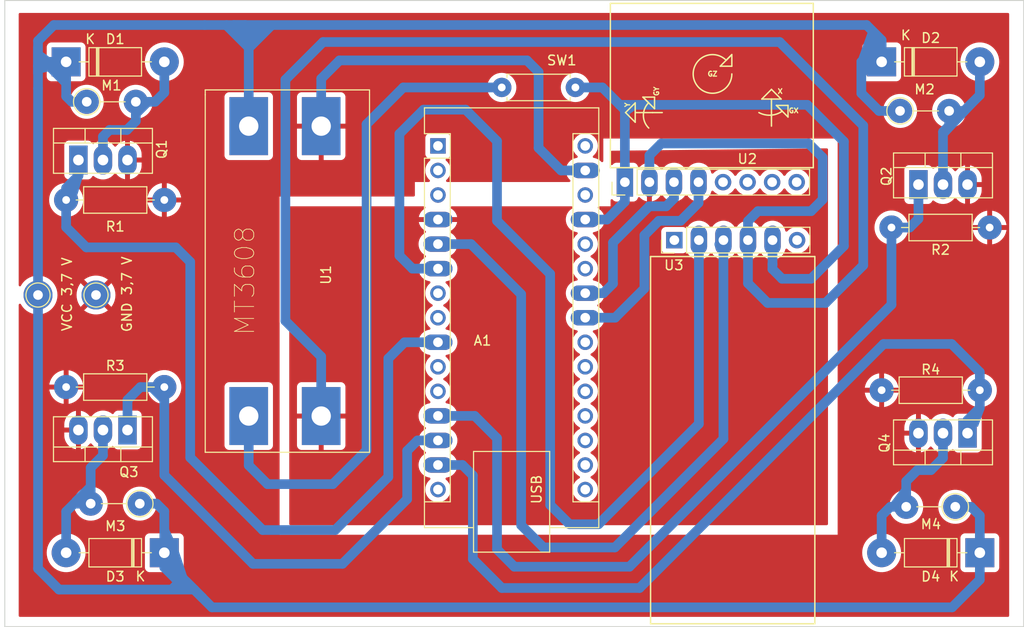
<source format=kicad_pcb>
(kicad_pcb (version 20211014) (generator pcbnew)
  (layers (0 "F.Cu" signal) (31 "B.Cu" signal) (34 "B.Paste" user) (35 "F.Paste" user) (36 "B.SilkS" user "B.Silkscreen") (37 "F.SilkS" user "F.Silkscreen") (38 "B.Mask" user) (39 "F.Mask" user) (44 "Edge.Cuts" user))
  (net 0 "")
  (net 19 "GND")
  (net 21 "VCC")
  (net 28 "VCC_5V")
  (net 29 "VCC_5V_SW")
  (net 30 "GND_5V")
  (net 31 "SCL")
  (net 32 "SDA")
  (net 33 "RXD")
  (net 34 "TXD")
  (net 35 "PWM_D6")
  (net 36 "PWM_D10")
  (net 37 "PWM_D9")
  (net 38 "PWM_D11")
  (net 39 "M1-")
  (net 40 "M2-")
  (net 41 "M3-")
  (net 42 "M4-")
  (footprint "Resistor_THT:R_Axial_DIN0207_L6.3mm_D2.5mm_P7.62mm_Horizontal" (layer "F.Cu") (at 86.99 85.2)
    (fp_text reference "SW1" (at 6.21 -2.8) (layer "F.SilkS"))
    (fp_text value "Switch")
    (fp_line (start 7.08 1.37) (end 7.08 1.04) (layer "F.SilkS") (width 0.12))
    (fp_line (start 0.54 -1.37) (end 7.08 -1.37) (layer "F.SilkS") (width 0.12))
    (fp_line (start 0.54 1.37) (end 7.08 1.37) (layer "F.SilkS") (width 0.12))
    (fp_line (start 0.54 -1.04) (end 0.54 -1.37) (layer "F.SilkS") (width 0.12))
    (fp_line (start 0.54 1.04) (end 0.54 1.37) (layer "F.SilkS") (width 0.12))
    (fp_line (start 7.08 -1.37) (end 7.08 -1.04) (layer "F.SilkS") (width 0.12))
    (pad "1" thru_hole circle (at 0 0) (size 2 2) (drill 0.8) (layers *.Cu *.Mask) (net 28 "VCC_5V"))
    (pad "2" thru_hole oval (at 7.62 0) (size 2 2) (drill 0.8) (layers *.Cu *.Mask) (net 29 "VCC_5V_SW"))
  )
  (footprint "Package_TO_SOT_THT:TO-220-3_Vertical" (layer "F.Cu") (at 135.192 120.975 180)
    (fp_text reference "Q4" (at 8.592 -1.025 90) (layer "F.SilkS"))
    (fp_text value "IRF640")
    (fp_line (start -2.58 -3.27) (end 7.66 -3.27) (layer "F.SilkS") (width 0.12))
    (fp_line (start 7.66 -3.27) (end 7.66 1.371) (layer "F.SilkS") (width 0.12))
    (fp_line (start -2.58 1.371) (end 7.66 1.371) (layer "F.SilkS") (width 0.12))
    (fp_line (start -2.58 -1.76) (end 7.66 -1.76) (layer "F.SilkS") (width 0.12))
    (fp_line (start 4.391 -3.27) (end 4.391 -1.76) (layer "F.SilkS") (width 0.12))
    (fp_line (start -2.58 -3.27) (end -2.58 1.371) (layer "F.SilkS") (width 0.12))
    (fp_line (start 0.69 -3.27) (end 0.69 -1.76) (layer "F.SilkS") (width 0.12))
    (pad "2" thru_hole oval (at 2.54 0 180) (size 1.905 3) (drill 1.1) (layers *.Cu *.Mask) (net 42 "M4-"))
    (pad "3" thru_hole rect (at 0 0 180) (size 1.905 3) (drill 1.1) (layers *.Cu *.Mask) (net 38 "PWM_D11"))
    (pad "3" thru_hole oval (at 5.08 0 180) (size 1.905 3) (drill 1.1) (layers *.Cu *.Mask) (net 19 "GND"))
  )
  (footprint "Connector_PinHeader_2.54mm:PinHeader_1x08_P2.54mm_Vertical" (layer "F.Cu") (at 99.73 95 90)
    (fp_text reference "U2" (at 2.4 12.67 180) (layer "F.SilkS"))
    (fp_text value "Gyroscope")
    (fp_line (start 1.33 1.27) (end 1.33 19.11) (layer "F.SilkS") (width 0.12))
    (fp_line (start -1.33 0) (end -1.33 -1.33) (layer "F.SilkS") (width 0.12))
    (fp_line (start -1.33 1.27) (end 1.33 1.27) (layer "F.SilkS") (width 0.12))
    (fp_line (start -1.33 -1.33) (end 0 -1.33) (layer "F.SilkS") (width 0.12))
    (fp_line (start -1.33 19.11) (end 1.33 19.11) (layer "F.SilkS") (width 0.12))
    (fp_line (start -1.33 1.27) (end -1.33 19.11) (layer "F.SilkS") (width 0.12))
    (pad "1" thru_hole rect (at 0 0 90) (size 3 1.7) (drill 1) (layers *.Cu *.Mask) (net 29 "VCC_5V_SW"))
    (pad "2" thru_hole oval (at 0 2.54 90) (size 3 1.7) (drill 1) (layers *.Cu *.Mask) (net 30 "GND_5V"))
    (pad "3" thru_hole oval (at 0 5.08 90) (size 3 1.7) (drill 1) (layers *.Cu *.Mask) (net 31 "SCL"))
    (pad "4" thru_hole oval (at 0 7.62 90) (size 3 1.7) (drill 1) (layers *.Cu *.Mask) (net 32 "SDA"))
    (pad "5" thru_hole oval (at 0 10.16 90) (size 1.7 1.7) (drill 1) (layers *.Cu *.Mask))
    (pad "6" thru_hole oval (at 0 12.7 90) (size 1.7 1.7) (drill 1) (layers *.Cu *.Mask))
    (pad "7" thru_hole oval (at 0 15.24 90) (size 1.7 1.7) (drill 1) (layers *.Cu *.Mask))
    (pad "8" thru_hole oval (at 0 17.78 90) (size 1.7 1.7) (drill 1) (layers *.Cu *.Mask))
  )
  (footprint "Package_TO_SOT_THT:TO-220-3_Vertical" (layer "F.Cu") (at 48.26 120.65 180)
    (fp_text reference "Q3" (at -0.14 -4.35) (layer "F.SilkS"))
    (fp_text value "IRF640")
    (fp_line (start 0.69 -3.27) (end 0.69 -1.76) (layer "F.SilkS") (width 0.12))
    (fp_line (start -2.58 -1.76) (end 7.66 -1.76) (layer "F.SilkS") (width 0.12))
    (fp_line (start 4.391 -3.27) (end 4.391 -1.76) (layer "F.SilkS") (width 0.12))
    (fp_line (start -2.58 1.371) (end 7.66 1.371) (layer "F.SilkS") (width 0.12))
    (fp_line (start -2.58 -3.27) (end 7.66 -3.27) (layer "F.SilkS") (width 0.12))
    (fp_line (start 7.66 -3.27) (end 7.66 1.371) (layer "F.SilkS") (width 0.12))
    (fp_line (start -2.58 -3.27) (end -2.58 1.371) (layer "F.SilkS") (width 0.12))
    (pad "1" thru_hole rect (at 0 0 180) (size 1.905 3) (drill 1.1) (layers *.Cu *.Mask) (net 36 "PWM_D10"))
    (pad "2" thru_hole oval (at 2.54 0 180) (size 1.905 3) (drill 1.1) (layers *.Cu *.Mask) (net 41 "M3-"))
    (pad "3" thru_hole oval (at 5.08 0 180) (size 1.905 3) (drill 1.1) (layers *.Cu *.Mask) (net 19 "GND"))
  )
  (footprint "Resistor_THT:R_Axial_DIN0207_L6.3mm_D2.5mm_P5.08mm_Vertical" (layer "F.Cu") (at 44.04 86.685)
    (fp_text reference "M1" (at 2.56 -1.685) (layer "F.SilkS"))
    (fp_text value "Motor")
    (fp_line (start 1.37 0) (end 3.98 0) (layer "F.SilkS") (width 0.12))
    (fp_circle (center 0 0) (end 1.37 0) (layer "F.SilkS") (width 0.12) (fill none))
    (pad "1" thru_hole circle (at 0 0) (size 2.5 2.5) (drill 1) (layers *.Cu *.Mask) (net 21 "VCC"))
    (pad "2" thru_hole oval (at 5.08 0) (size 2.5 2.5) (drill 1) (layers *.Cu *.Mask) (net 39 "M1-"))
  )
  (footprint "Resistor_THT:R_Axial_DIN0207_L6.3mm_D2.5mm_P5.08mm_Vertical" (layer "F.Cu") (at 133.922 128.595 180)
    (fp_text reference "M4" (at 2.522 -1.805) (layer "F.SilkS"))
    (fp_text value "Motor")
    (fp_line (start 1.37 0) (end 3.98 0) (layer "F.SilkS") (width 0.12))
    (fp_circle (center 0 0) (end 1.37 0) (layer "F.SilkS") (width 0.12) (fill none))
    (pad "1" thru_hole circle (at 0 0 180) (size 2.5 2.5) (drill 1) (layers *.Cu *.Mask) (net 21 "VCC"))
    (pad "2" thru_hole oval (at 5.08 0 180) (size 2.5 2.5) (drill 1) (layers *.Cu *.Mask) (net 42 "M4-"))
  )
  (footprint "Connector_Pin:Pin_D1.0mm_L10.0mm" (layer "F.Cu") (at 45 106.68)
    (fp_text reference "GND 3,7 V" (at 3.2 -0.08 90) (layer "F.SilkS"))
    (fp_text value "" hide)
    (fp_circle (center 0 0) (end 1.25 0.05) (layer "F.SilkS") (width 0.12) (fill none))
    (pad "1" thru_hole circle (at 0 0) (size 3 3) (drill 1) (layers *.Cu *.Mask "Eco1.User") (net 19 "GND"))
  )
  (footprint "Diode_THT:D_DO-41_SOD81_P10.16mm_Horizontal" (layer "F.Cu") (at 41.91 82.55)
    (fp_text reference "D1" (at 5.08 -2.35) (layer "F.SilkS"))
    (fp_text value "1N4007")
    (fp_text user "K" (at 2.49 -2.35) (layer "F.SilkS"))
    (fp_line (start 8.82 0) (end 7.8 0) (layer "F.SilkS") (width 0.12))
    (fp_line (start 3.14 -1.47) (end 3.14 1.47) (layer "F.SilkS") (width 0.12))
    (fp_line (start 3.26 -1.47) (end 3.26 1.47) (layer "F.SilkS") (width 0.12))
    (fp_line (start 1.34 0) (end 2.36 0) (layer "F.SilkS") (width 0.12))
    (fp_line (start 7.8 -1.47) (end 2.36 -1.47) (layer "F.SilkS") (width 0.12))
    (fp_line (start 3.38 -1.47) (end 3.38 1.47) (layer "F.SilkS") (width 0.12))
    (fp_line (start 7.8 1.47) (end 7.8 -1.47) (layer "F.SilkS") (width 0.12))
    (fp_line (start 2.36 -1.47) (end 2.36 1.47) (layer "F.SilkS") (width 0.12))
    (fp_line (start 2.36 1.47) (end 7.8 1.47) (layer "F.SilkS") (width 0.12))
    (pad "1" thru_hole rect (at 0 0) (size 3 3) (drill 1.1) (layers *.Cu *.Mask) (net 21 "VCC"))
    (pad "2" thru_hole oval (at 10.16 0) (size 3 3) (drill 1.1) (layers *.Cu *.Mask) (net 39 "M1-"))
  )
  (footprint "Resistor_THT:R_Axial_DIN0207_L6.3mm_D2.5mm_P10.16mm_Horizontal" (layer "F.Cu") (at 136.462 116.53 180)
    (fp_text reference "R4" (at 5.08 2.13) (layer "F.SilkS"))
    (fp_text value "1KΩ")
    (fp_line (start 8.35 -1.37) (end 1.81 -1.37) (layer "F.SilkS") (width 0.12))
    (fp_line (start 1.04 0) (end 1.81 0) (layer "F.SilkS") (width 0.12))
    (fp_line (start 1.81 -1.37) (end 1.81 1.37) (layer "F.SilkS") (width 0.12))
    (fp_line (start 9.12 0) (end 8.35 0) (layer "F.SilkS") (width 0.12))
    (fp_line (start 1.81 1.37) (end 8.35 1.37) (layer "F.SilkS") (width 0.12))
    (fp_line (start 8.35 1.37) (end 8.35 -1.37) (layer "F.SilkS") (width 0.12))
    (pad "1" thru_hole circle (at 0 0 180) (size 2.5 2.5) (drill 0.8) (layers *.Cu *.Mask) (net 38 "PWM_D11"))
    (pad "2" thru_hole oval (at 10.16 0 180) (size 2.5 2.5) (drill 0.8) (layers *.Cu *.Mask) (net 19 "GND"))
  )
  (footprint "Resistor_THT:R_Axial_DIN0207_L6.3mm_D2.5mm_P10.16mm_Horizontal" (layer "F.Cu") (at 52.07 116.205 180)
    (fp_text reference "R3" (at 5.08 2.205) (layer "F.SilkS"))
    (fp_text value "1KΩ")
    (fp_line (start 8.35 -1.37) (end 1.81 -1.37) (layer "F.SilkS") (width 0.12))
    (fp_line (start 1.81 1.37) (end 8.35 1.37) (layer "F.SilkS") (width 0.12))
    (fp_line (start 1.04 0) (end 1.81 0) (layer "F.SilkS") (width 0.12))
    (fp_line (start 9.12 0) (end 8.35 0) (layer "F.SilkS") (width 0.12))
    (fp_line (start 1.81 -1.37) (end 1.81 1.37) (layer "F.SilkS") (width 0.12))
    (fp_line (start 8.35 1.37) (end 8.35 -1.37) (layer "F.SilkS") (width 0.12))
    (pad "1" thru_hole circle (at 0 0 180) (size 2.5 2.5) (drill 0.8) (layers *.Cu *.Mask) (net 36 "PWM_D10"))
    (pad "2" thru_hole oval (at 10.16 0 180) (size 2.5 2.5) (drill 0.8) (layers *.Cu *.Mask) (net 19 "GND"))
  )
  (footprint "Resistor_THT:R_Axial_DIN0207_L6.3mm_D2.5mm_P5.08mm_Vertical" (layer "F.Cu") (at 128.207 87.63)
    (fp_text reference "M2" (at 2.54 -2.23) (layer "F.SilkS"))
    (fp_text value "Motor")
    (fp_line (start 1.37 0) (end 3.98 0) (layer "F.SilkS") (width 0.12))
    (fp_circle (center 0 0) (end 1.37 0) (layer "F.SilkS") (width 0.12) (fill none))
    (pad "1" thru_hole circle (at 0 0) (size 2.5 2.5) (drill 1) (layers *.Cu *.Mask) (net 21 "VCC"))
    (pad "2" thru_hole oval (at 5.08 0) (size 2.5 2.5) (drill 1) (layers *.Cu *.Mask) (net 40 "M2-"))
  )
  (footprint "Connector_Pin:Pin_D1.0mm_L10.0mm" (layer "F.Cu") (at 39 106.68)
    (fp_text reference "VCC 3,7 V" (at 3 -0.08 90) (layer "F.SilkS"))
    (fp_text value "Pin_D1.0mm_L10.0mm" hide)
    (fp_circle (center 0 0) (end 1.25 0.05) (layer "F.SilkS") (width 0.12) (fill none))
    (pad "1" thru_hole circle (at 0 0) (size 3 3) (drill 1) (layers *.Cu *.Mask "Eco1.User") (net 21 "VCC"))
  )
  (footprint "Diode_THT:D_DO-41_SOD81_P10.16mm_Horizontal" (layer "F.Cu") (at 136.462 133.35 180)
    (fp_text reference "D4" (at 5.08 -2.47) (layer "F.SilkS"))
    (fp_text value "1N4007")
    (fp_text user "K" (at 2.662 -2.45) (layer "F.SilkS"))
    (fp_line (start 1.34 0) (end 2.36 0) (layer "F.SilkS") (width 0.12))
    (fp_line (start 3.26 -1.47) (end 3.26 1.47) (layer "F.SilkS") (width 0.12))
    (fp_line (start 3.38 -1.47) (end 3.38 1.47) (layer "F.SilkS") (width 0.12))
    (fp_line (start 7.8 1.47) (end 7.8 -1.47) (layer "F.SilkS") (width 0.12))
    (fp_line (start 7.8 -1.47) (end 2.36 -1.47) (layer "F.SilkS") (width 0.12))
    (fp_line (start 8.82 0) (end 7.8 0) (layer "F.SilkS") (width 0.12))
    (fp_line (start 3.14 -1.47) (end 3.14 1.47) (layer "F.SilkS") (width 0.12))
    (fp_line (start 2.36 1.47) (end 7.8 1.47) (layer "F.SilkS") (width 0.12))
    (fp_line (start 2.36 -1.47) (end 2.36 1.47) (layer "F.SilkS") (width 0.12))
    (pad "1" thru_hole rect (at 0 0 180) (size 3 3) (drill 1.1) (layers *.Cu *.Mask) (net 21 "VCC"))
    (pad "2" thru_hole oval (at 10.16 0 180) (size 3 3) (drill 1.1) (layers *.Cu *.Mask) (net 42 "M4-"))
  )
  (footprint "Resistor_THT:R_Axial_DIN0207_L6.3mm_D2.5mm_P5.08mm_Vertical" (layer "F.Cu") (at 49.53 128.27 180)
    (fp_text reference "M3" (at 2.53 -2.33) (layer "F.SilkS"))
    (fp_text value "Motor")
    (fp_line (start 1.37 0) (end 3.98 0) (layer "F.SilkS") (width 0.12))
    (fp_circle (center 0 0) (end 1.37 0) (layer "F.SilkS") (width 0.12) (fill none))
    (pad "1" thru_hole circle (at 0 0 180) (size 2.5 2.5) (drill 1) (layers *.Cu *.Mask) (net 21 "VCC"))
    (pad "2" thru_hole oval (at 5.08 0 180) (size 2.5 2.5) (drill 1) (layers *.Cu *.Mask) (net 41 "M3-"))
  )
  (footprint "Module:Arduino_Nano" (layer "F.Cu") (at 80.39 91.25)
    (fp_text reference "A1" (at 4.61 20.15) (layer "F.SilkS"))
    (fp_text value "Arduino Nano")
    (fp_text user "USB" (at 10.21 35.55 90 unlocked) (layer "F.SilkS"))
    (fp_line (start 3.68 42.04) (end 3.68 31.62) (layer "F.SilkS") (width 0.12))
    (fp_line (start -1.4 1.27) (end -1.4 39.5) (layer "F.SilkS") (width 0.12))
    (fp_line (start 1.27 1.27) (end -1.4 1.27) (layer "F.SilkS") (width 0.12))
    (fp_line (start 1.27 36.83) (end -1.4 36.83) (layer "F.SilkS") (width 0.12))
    (fp_line (start 3.68 31.62) (end 11.56 31.62) (layer "F.SilkS") (width 0.12))
    (fp_line (start -1.4 -3.94) (end -1.4 -1.27) (layer "F.SilkS") (width 0.12))
    (fp_line (start 13.97 -1.27) (end 13.97 36.83) (layer "F.SilkS") (width 0.12))
    (fp_line (start 16.64 39.5) (end 16.64 -3.94) (layer "F.SilkS") (width 0.12))
    (fp_line (start 1.27 1.27) (end 1.27 36.83) (layer "F.SilkS") (width 0.12))
    (fp_line (start 16.64 -3.94) (end -1.4 -3.94) (layer "F.SilkS") (width 0.12))
    (fp_line (start 11.56 42.04) (end 3.68 42.04) (layer "F.SilkS") (width 0.12))
    (fp_line (start 11.56 31.62) (end 11.56 42.04) (layer "F.SilkS") (width 0.12))
    (fp_line (start 16.64 39.5) (end 11.56 39.5) (layer "F.SilkS") (width 0.12))
    (fp_line (start 1.27 1.27) (end 1.27 -1.27) (layer "F.SilkS") (width 0.12))
    (fp_line (start 13.97 -1.27) (end 16.64 -1.27) (layer "F.SilkS") (width 0.12))
    (fp_line (start 1.27 -1.27) (end -1.4 -1.27) (layer "F.SilkS") (width 0.12))
    (fp_line (start 13.97 36.83) (end 16.64 36.83) (layer "F.SilkS") (width 0.12))
    (fp_line (start -1.4 39.5) (end 3.68 39.5) (layer "F.SilkS") (width 0.12))
    (pad "1" thru_hole rect (at 0 0) (size 1.6 1.6) (drill 1) (layers *.Cu *.Mask))
    (pad "2" thru_hole oval (at 0 2.54) (size 1.6 1.6) (drill 1) (layers *.Cu *.Mask))
    (pad "3" thru_hole oval (at 0 5.08) (size 1.6 1.6) (drill 1) (layers *.Cu *.Mask))
    (pad "4" thru_hole oval (at 0 7.62) (size 3 1.6) (drill 1) (layers *.Cu *.Mask) (net 30 "GND_5V"))
    (pad "5" thru_hole oval (at 0 10.16) (size 3 1.6) (drill 1) (layers *.Cu *.Mask) (net 34 "TXD"))
    (pad "6" thru_hole oval (at 0 12.7) (size 3 1.6) (drill 1) (layers *.Cu *.Mask) (net 33 "RXD"))
    (pad "7" thru_hole oval (at 0 15.24) (size 1.6 1.6) (drill 1) (layers *.Cu *.Mask))
    (pad "8" thru_hole oval (at 0 17.78) (size 1.6 1.6) (drill 1) (layers *.Cu *.Mask))
    (pad "9" thru_hole oval (at 0 20.32) (size 3 1.6) (drill 1) (layers *.Cu *.Mask) (net 35 "PWM_D6"))
    (pad "10" thru_hole oval (at 0 22.86) (size 1.6 1.6) (drill 1) (layers *.Cu *.Mask))
    (pad "11" thru_hole oval (at 0 25.4) (size 1.6 1.6) (drill 1) (layers *.Cu *.Mask))
    (pad "12" thru_hole oval (at 0 27.94) (size 3 1.6) (drill 1) (layers *.Cu *.Mask) (net 37 "PWM_D9"))
    (pad "13" thru_hole oval (at 0 30.48) (size 3 1.6) (drill 1) (layers *.Cu *.Mask) (net 36 "PWM_D10"))
    (pad "14" thru_hole oval (at 0 33.02) (size 3 1.6) (drill 1) (layers *.Cu *.Mask) (net 38 "PWM_D11"))
    (pad "15" thru_hole oval (at 0 35.56) (size 1.6 1.6) (drill 1) (layers *.Cu *.Mask))
    (pad "16" thru_hole oval (at 15.24 35.56) (size 1.6 1.6) (drill 1) (layers *.Cu *.Mask))
    (pad "17" thru_hole oval (at 15.24 33.02) (size 1.6 1.6) (drill 1) (layers *.Cu *.Mask))
    (pad "18" thru_hole oval (at 15.24 30.48) (size 1.6 1.6) (drill 1) (layers *.Cu *.Mask))
    (pad "19" thru_hole oval (at 15.24 27.94) (size 1.6 1.6) (drill 1) (layers *.Cu *.Mask))
    (pad "20" thru_hole oval (at 15.24 25.4) (size 1.6 1.6) (drill 1) (layers *.Cu *.Mask))
    (pad "21" thru_hole oval (at 15.24 22.86) (size 1.6 1.6) (drill 1) (layers *.Cu *.Mask))
    (pad "22" thru_hole oval (at 15.24 20.32) (size 1.6 1.6) (drill 1) (layers *.Cu *.Mask))
    (pad "23" thru_hole oval (at 15.24 17.78) (size 3 1.6) (drill 1) (layers *.Cu *.Mask) (net 32 "SDA"))
    (pad "24" thru_hole oval (at 15.24 15.24) (size 3 1.6) (drill 1) (layers *.Cu *.Mask) (net 31 "SCL"))
    (pad "25" thru_hole oval (at 15.24 12.7) (size 1.6 1.6) (drill 1) (layers *.Cu *.Mask))
    (pad "26" thru_hole oval (at 15.24 10.16) (size 1.6 1.6) (drill 1) (layers *.Cu *.Mask))
    (pad "27" thru_hole oval (at 15.24 7.62) (size 3 1.6) (drill 1) (layers *.Cu *.Mask) (net 29 "VCC_5V_SW"))
    (pad "28" thru_hole oval (at 15.24 5.08) (size 1.6 1.6) (drill 1) (layers *.Cu *.Mask))
    (pad "29" thru_hole oval (at 15.24 2.54) (size 3 1.6) (drill 1) (layers *.Cu *.Mask) (net 19 "GND"))
    (pad "30" thru_hole oval (at 15.24 0) (size 1.6 1.6) (drill 1) (layers *.Cu *.Mask))
  )
  (footprint "Package_TO_SOT_THT:TO-220-3_Vertical" (layer "F.Cu") (at 130.112 95.25)
    (fp_text reference "Q2" (at -3.312 -0.85 90) (layer "F.SilkS"))
    (fp_text value "IRF640")
    (fp_line (start -2.58 -3.27) (end 7.66 -3.27) (layer "F.SilkS") (width 0.12))
    (fp_line (start 0.69 -3.27) (end 0.69 -1.76) (layer "F.SilkS") (width 0.12))
    (fp_line (start -2.58 -3.27) (end -2.58 1.371) (layer "F.SilkS") (width 0.12))
    (fp_line (start 7.66 -3.27) (end 7.66 1.371) (layer "F.SilkS") (width 0.12))
    (fp_line (start -2.58 1.371) (end 7.66 1.371) (layer "F.SilkS") (width 0.12))
    (fp_line (start 4.391 -3.27) (end 4.391 -1.76) (layer "F.SilkS") (width 0.12))
    (fp_line (start -2.58 -1.76) (end 7.66 -1.76) (layer "F.SilkS") (width 0.12))
    (pad "1" thru_hole rect (at 0 0) (size 1.905 3) (drill 1.1) (layers *.Cu *.Mask) (net 37 "PWM_D9"))
    (pad "2" thru_hole oval (at 2.54 0) (size 1.905 3) (drill 1.1) (layers *.Cu *.Mask) (net 40 "M2-"))
    (pad "3" thru_hole oval (at 5.08 0) (size 1.905 3) (drill 1.1) (layers *.Cu *.Mask) (net 19 "GND"))
  )
  (footprint "Converter_DCDC:MT3608" (layer "F.Cu") (at 74.305 125.955 90)
    (fp_text reference "U1" (at 21.355 -5.505 90 unlocked) (layer "F.SilkS"))
    (fp_text value "Step Up")
    (fp_text user "MT3608" (at 20.755 -13.905 90 unlocked) (layer "F.SilkS") (effects (font (size 2 2) (thickness 0.075))))
    (fp_line (start 3 -18) (end 3 -1) (layer "F.SilkS") (width 0.12))
    (fp_line (start 40.5 -1) (end 40 -1) (layer "F.SilkS") (width 0.12))
    (fp_line (start 40.5 -18) (end 40 -18) (layer "F.SilkS") (width 0.12))
    (fp_line (start 40.5 -1) (end 40.5 -18) (layer "F.SilkS") (width 0.12))
    (fp_line (start 3 -1) (end 40 -1) (layer "F.SilkS") (width 0.12))
    (fp_line (start 40 -18) (end 3 -18) (layer "F.SilkS") (width 0.12))
    (pad "1" thru_hole rect (at 36.75 -13.5 90) (size 6 4) (drill 2) (layers *.Cu *.Mask) (net 21 "VCC"))
    (pad "2" thru_hole rect (at 36.75 -6 90) (size 6 4) (drill 2) (layers *.Cu *.Mask) (net 19 "GND"))
    (pad "3" thru_hole rect (at 6.75 -13.5 90) (size 6 4) (drill 2) (layers *.Cu *.Mask) (net 28 "VCC_5V"))
    (pad "4" thru_hole rect (at 6.75 -6 90) (size 6 4) (drill 2) (layers *.Cu *.Mask) (net 30 "GND_5V"))
  )
  (footprint "Diode_THT:D_DO-41_SOD81_P10.16mm_Horizontal" (layer "F.Cu") (at 126.302 82.55)
    (fp_text reference "D2" (at 5.08 -2.47) (layer "F.SilkS"))
    (fp_text value "1N4007")
    (fp_text user "K" (at 2.498 -2.75) (layer "F.SilkS"))
    (fp_line (start 7.8 1.47) (end 7.8 -1.47) (layer "F.SilkS") (width 0.12))
    (fp_line (start 1.34 0) (end 2.36 0) (layer "F.SilkS") (width 0.12))
    (fp_line (start 2.36 -1.47) (end 2.36 1.47) (layer "F.SilkS") (width 0.12))
    (fp_line (start 2.36 1.47) (end 7.8 1.47) (layer "F.SilkS") (width 0.12))
    (fp_line (start 3.14 -1.47) (end 3.14 1.47) (layer "F.SilkS") (width 0.12))
    (fp_line (start 7.8 -1.47) (end 2.36 -1.47) (layer "F.SilkS") (width 0.12))
    (fp_line (start 8.82 0) (end 7.8 0) (layer "F.SilkS") (width 0.12))
    (fp_line (start 3.38 -1.47) (end 3.38 1.47) (layer "F.SilkS") (width 0.12))
    (fp_line (start 3.26 -1.47) (end 3.26 1.47) (layer "F.SilkS") (width 0.12))
    (pad "1" thru_hole rect (at 0 0) (size 3 3) (drill 1.1) (layers *.Cu *.Mask) (net 21 "VCC"))
    (pad "2" thru_hole oval (at 10.16 0) (size 3 3) (drill 1.1) (layers *.Cu *.Mask) (net 40 "M2-"))
  )
  (footprint "Package_TO_SOT_THT:TO-220-3_Vertical" (layer "F.Cu") (at 43.18 92.71)
    (fp_text reference "Q1" (at 8.62 -1.11 270) (layer "F.SilkS"))
    (fp_text value "IRF640")
    (fp_line (start -2.58 1.371) (end 7.66 1.371) (layer "F.SilkS") (width 0.12))
    (fp_line (start -2.58 -3.27) (end -2.58 1.371) (layer "F.SilkS") (width 0.12))
    (fp_line (start -2.58 -3.27) (end 7.66 -3.27) (layer "F.SilkS") (width 0.12))
    (fp_line (start 7.66 -3.27) (end 7.66 1.371) (layer "F.SilkS") (width 0.12))
    (fp_line (start 4.391 -3.27) (end 4.391 -1.76) (layer "F.SilkS") (width 0.12))
    (fp_line (start -2.58 -1.76) (end 7.66 -1.76) (layer "F.SilkS") (width 0.12))
    (fp_line (start 0.69 -3.27) (end 0.69 -1.76) (layer "F.SilkS") (width 0.12))
    (pad "1" thru_hole rect (at 0 0) (size 1.905 3) (drill 1.1) (layers *.Cu *.Mask) (net 35 "PWM_D6"))
    (pad "2" thru_hole oval (at 2.54 0) (size 1.905 3) (drill 1.1) (layers *.Cu *.Mask) (net 39 "M1-"))
    (pad "3" thru_hole oval (at 5.08 0) (size 1.905 3) (drill 1.1) (layers *.Cu *.Mask) (net 19 "GND"))
  )
  (footprint "Diode_THT:D_DO-41_SOD81_P10.16mm_Horizontal" (layer "F.Cu") (at 52.07 133.35 180)
    (fp_text reference "D3" (at 5.08 -2.47) (layer "F.SilkS"))
    (fp_text value "1N4007")
    (fp_text user "K" (at 2.47 -2.45) (layer "F.SilkS"))
    (fp_line (start 2.36 1.47) (end 7.8 1.47) (layer "F.SilkS") (width 0.12))
    (fp_line (start 2.36 -1.47) (end 2.36 1.47) (layer "F.SilkS") (width 0.12))
    (fp_line (start 3.26 -1.47) (end 3.26 1.47) (layer "F.SilkS") (width 0.12))
    (fp_line (start 3.14 -1.47) (end 3.14 1.47) (layer "F.SilkS") (width 0.12))
    (fp_line (start 8.82 0) (end 7.8 0) (layer "F.SilkS") (width 0.12))
    (fp_line (start 3.38 -1.47) (end 3.38 1.47) (layer "F.SilkS") (width 0.12))
    (fp_line (start 1.34 0) (end 2.36 0) (layer "F.SilkS") (width 0.12))
    (fp_line (start 7.8 -1.47) (end 2.36 -1.47) (layer "F.SilkS") (width 0.12))
    (fp_line (start 7.8 1.47) (end 7.8 -1.47) (layer "F.SilkS") (width 0.12))
    (pad "1" thru_hole rect (at 0 0 180) (size 3 3) (drill 1.1) (layers *.Cu *.Mask) (net 21 "VCC"))
    (pad "2" thru_hole oval (at 10.16 0 180) (size 3 3) (drill 1.1) (layers *.Cu *.Mask) (net 41 "M3-"))
  )
  (footprint "Connector_PinHeader_2.54mm:PinHeader_1x06_P2.54mm_Vertical" (layer "F.Cu") (at 104.85 101 90)
    (fp_text reference "U3" (at -2.6 -0.05) (layer "F.SilkS"))
    (fp_text value "HC-06")
    (fp_line (start -1.33 -1.33) (end 0 -1.33) (layer "F.SilkS") (width 0.12))
    (fp_line (start 1.33 1.27) (end 1.33 14.03) (layer "F.SilkS") (width 0.12))
    (fp_line (start -1.33 14.03) (end 1.33 14.03) (layer "F.SilkS") (width 0.12))
    (fp_line (start -1.33 1.27) (end -1.33 14.03) (layer "F.SilkS") (width 0.12))
    (fp_line (start -1.33 0) (end -1.33 -1.33) (layer "F.SilkS") (width 0.12))
    (fp_line (start -1.33 1.27) (end 1.33 1.27) (layer "F.SilkS") (width 0.12))
    (pad "1" thru_hole rect (at 0 0 90) (size 1.7 1.7) (drill 1) (layers *.Cu *.Mask))
    (pad "2" thru_hole oval (at 0 2.54 90) (size 3 1.7) (drill 1) (layers *.Cu *.Mask) (net 33 "RXD"))
    (pad "3" thru_hole oval (at 0 5.08 90) (size 3 1.7) (drill 1) (layers *.Cu *.Mask) (net 34 "TXD"))
    (pad "4" thru_hole oval (at 0 7.62 90) (size 3 1.7) (drill 1) (layers *.Cu *.Mask) (net 30 "GND_5V"))
    (pad "5" thru_hole oval (at 0 10.16 90) (size 3 1.7) (drill 1) (layers *.Cu *.Mask) (net 29 "VCC_5V_SW"))
    (pad "6" thru_hole oval (at 0 12.7 90) (size 1.7 1.7) (drill 1) (layers *.Cu *.Mask))
  )
  (footprint "Resistor_THT:R_Axial_DIN0207_L6.3mm_D2.5mm_P10.16mm_Horizontal" (layer "F.Cu") (at 41.91 96.845)
    (fp_text reference "R1" (at 5.08 2.755) (layer "F.SilkS"))
    (fp_text value "1KΩ")
    (fp_line (start 1.81 1.37) (end 8.35 1.37) (layer "F.SilkS") (width 0.12))
    (fp_line (start 1.04 0) (end 1.81 0) (layer "F.SilkS") (width 0.12))
    (fp_line (start 1.81 -1.37) (end 1.81 1.37) (layer "F.SilkS") (width 0.12))
    (fp_line (start 9.12 0) (end 8.35 0) (layer "F.SilkS") (width 0.12))
    (fp_line (start 8.35 1.37) (end 8.35 -1.37) (layer "F.SilkS") (width 0.12))
    (fp_line (start 8.35 -1.37) (end 1.81 -1.37) (layer "F.SilkS") (width 0.12))
    (pad "1" thru_hole circle (at 0 0) (size 2.5 2.5) (drill 0.8) (layers *.Cu *.Mask) (net 35 "PWM_D6"))
    (pad "2" thru_hole oval (at 10.16 0) (size 2.5 2.5) (drill 0.8) (layers *.Cu *.Mask) (net 19 "GND"))
  )
  (footprint "Resistor_THT:R_Axial_DIN0207_L6.3mm_D2.5mm_P10.16mm_Horizontal" (layer "F.Cu") (at 127.32 99.695)
    (fp_text reference "R2" (at 5.08 2.305) (layer "F.SilkS"))
    (fp_text value "1KΩ")
    (fp_line (start 9.12 0) (end 8.35 0) (layer "F.SilkS") (width 0.12))
    (fp_line (start 1.81 1.37) (end 8.35 1.37) (layer "F.SilkS") (width 0.12))
    (fp_line (start 8.35 1.37) (end 8.35 -1.37) (layer "F.SilkS") (width 0.12))
    (fp_line (start 1.81 -1.37) (end 1.81 1.37) (layer "F.SilkS") (width 0.12))
    (fp_line (start 1.04 0) (end 1.81 0) (layer "F.SilkS") (width 0.12))
    (fp_line (start 8.35 -1.37) (end 1.81 -1.37) (layer "F.SilkS") (width 0.12))
    (pad "1" thru_hole circle (at 0 0) (size 2.5 2.5) (drill 0.8) (layers *.Cu *.Mask) (net 37 "PWM_D9"))
    (pad "2" thru_hole oval (at 10.16 0) (size 2.5 2.5) (drill 0.8) (layers *.Cu *.Mask) (net 19 "GND"))
  )
  (gr_poly (pts (xy 133 90.2) (xy 133.752 88) (xy 136 87)) (layer "B.Cu") (width 0.2) (fill solid))
  (gr_poly (pts (xy 54.4 136) (xy 51.6 134.6) (xy 53.419076 133.055722)) (layer "B.Cu") (width 0.2) (fill solid))
  (gr_poly (pts (xy 53 134) (xy 53 133) (xy 53.4 133)) (layer "B.Cu") (width 0.2) (fill solid))
  (gr_poly (pts (xy 53.4 133) (xy 52.4 133) (xy 52.4 130.8)) (layer "B.Cu") (width 0.2) (fill solid))
  (gr_poly (pts (xy 51.8 117.8) (xy 50.4 116.4) (xy 51.6 116.4)) (layer "B.Cu") (width 0.2) (fill solid))
  (gr_poly (pts (xy 136.2 120.2) (xy 135.4 120) (xy 136.8 118.6)) (layer "B.Cu") (width 0.2) (fill solid))
  (gr_poly (pts (xy 40.2 82.2) (xy 40.2 83.4) (xy 38.6 83.8) (xy 38.6 81)) (layer "B.Cu") (width 0.2) (fill solid))
  (gr_poly (pts (xy 41.6 85) (xy 39.6 83) (xy 41.4 83)) (layer "B.Cu") (width 0.2) (fill solid))
  (gr_poly (pts (xy 54 137) (xy 53 137) (xy 54 136)) (layer "B.Cu") (width 0.2) (fill solid))
  (gr_poly (pts (xy 126.612021 80.326394) (xy 126.519639 82.388056) (xy 123.851772 82.592431) (xy 125 79.4)) (layer "B.Cu") (width 0.2) (fill solid))
  (gr_poly (pts (xy 49.4 88.2) (xy 49.2 86.8) (xy 50.8 86.8)) (layer "B.Cu") (width 0.2) (fill solid))
  (gr_poly (pts (xy 61.214 81.28) (xy 60.452 81.28) (xy 58.166 78.994) (xy 63.5 78.994)) (layer "B.Cu") (width 0.2) (fill solid))
  (gr_poly (pts (xy 128.552 128.2) (xy 127.352 128.2) (xy 128.552 126.6)) (layer "B.Cu") (width 0.2) (fill solid))
  (gr_poly (pts (xy 124.6 84) (xy 124.4 82.6) (xy 125.4 82.6)) (layer "B.Cu") (width 0.2) (fill solid))
  (gr_poly (pts (xy 43 96.2) (xy 42 96.2) (xy 43.6 94.2)) (layer "B.Cu") (width 0.2) (fill solid))
  (gr_poly (pts (xy 100 88) (xy 100 87.4) (xy 100.8 87.4)) (layer "B.Cu") (width 0.2) (fill solid))
  (gr_poly (pts (xy 44.2 127.8) (xy 42.6 127.8) (xy 44.2 126.2)) (layer "B.Cu") (width 0.2) (fill solid))
  (gr_line (start 113.9 86.4) (end 114.9 85.4) (layer "F.SilkS") (width 0.15))
  (gr_line (start 100.8 86.8) (end 100.8 87.8) (layer "F.SilkS") (width 0.15))
  (gr_line (start 114.9 86.4) (end 113.9 86.4) (layer "F.SilkS") (width 0.15))
  (gr_line (start 115.414214 87.058967) (end 116.614214 88.258967) (layer "F.SilkS") (width 0.15))
  (gr_line (start 116.614214 87.058967) (end 115.414214 87.058967) (layer "F.SilkS") (width 0.15))
  (gr_line (start 114.9 88.2) (end 114.9 89.2) (layer "F.SilkS") (width 0.15))
  (gr_arc (start 116.014214 87.658967) (mid 114.852297 88.06652) (end 113.6 87.8) (layer "F.SilkS") (width 0.15))
  (gr_line (start 98.23 93.5) (end 98.23 76.5) (layer "F.SilkS") (width 0.15))
  (gr_line (start 116 87.644753) (end 115.414214 87.058967) (layer "F.SilkS") (width 0.15))
  (gr_line (start 119.39 140.7) (end 119.39 102.7) (layer "F.SilkS") (width 0.15))
  (gr_line (start 114.9 88.2) (end 114.9 86.4) (layer "F.SilkS") (width 0.15))
  (gr_line (start 100.8 87.8) (end 100.8 88.8) (layer "F.SilkS") (width 0.15))
  (gr_line (start 100.8 88.8) (end 99.8 87.8) (layer "F.SilkS") (width 0.15))
  (gr_line (start 102.8 86.2) (end 101.6 86.2) (layer "F.SilkS") (width 0.15))
  (gr_line (start 110.214214 82.385786) (end 110.8 81.8) (layer "F.SilkS") (width 0.15))
  (gr_line (start 102.6 87.8) (end 100.8 87.8) (layer "F.SilkS") (width 0.15))
  (gr_line (start 114.9 85.4) (end 115.9 86.4) (layer "F.SilkS") (width 0.15))
  (gr_line (start 102.8 87.4) (end 102.8 86.2) (layer "F.SilkS") (width 0.15))
  (gr_line (start 119.39 102.7) (end 102.39 102.7) (layer "F.SilkS") (width 0.15))
  (gr_line (start 98.23 76.5) (end 119.23 76.5) (layer "F.SilkS") (width 0.15))
  (gr_line (start 101.6 86.2) (end 102.8 87.4) (layer "F.SilkS") (width 0.15))
  (gr_arc (start 102.2 89.4) (mid 101.647303 88.095859) (end 102.185786 86.785786) (layer "F.SilkS") (width 0.15))
  (gr_line (start 102.185786 86.785786) (end 101.6 86.2) (layer "F.SilkS") (width 0.15))
  (gr_line (start 119.23 93.5) (end 98.23 93.5) (layer "F.SilkS") (width 0.15))
  (gr_line (start 110.8 81.8) (end 109.6 83) (layer "F.SilkS") (width 0.15))
  (gr_arc (start 110.8 83.8) (mid 106.952241 84.565367) (end 110.214214 82.385786) (layer "F.SilkS") (width 0.15))
  (gr_line (start 102.39 140.7) (end 119.39 140.7) (layer "F.SilkS") (width 0.15))
  (gr_line (start 102.6 87.8) (end 103.6 87.8) (layer "F.SilkS") (width 0.15))
  (gr_line (start 116.614214 88.258967) (end 116.614214 87.058967) (layer "F.SilkS") (width 0.15))
  (gr_line (start 99.8 87.8) (end 100.8 86.8) (layer "F.SilkS") (width 0.15))
  (gr_line (start 102.39 102.7) (end 102.39 140.7) (layer "F.SilkS") (width 0.15))
  (gr_line (start 115.9 86.4) (end 114.9 86.4) (layer "F.SilkS") (width 0.15))
  (gr_line (start 109.6 83) (end 110.8 83) (layer "F.SilkS") (width 0.15))
  (gr_line (start 119.23 76.5) (end 119.23 93.5) (layer "F.SilkS") (width 0.15))
  (gr_line (start 110.8 83) (end 110.8 81.8) (layer "F.SilkS") (width 0.15))
  (gr_rect (start 35.56 76.2) (end 141 76.2) (layer "Edge.Cuts") (width 0.1) (fill none))
  (gr_rect (start 35.56 141) (end 141 141) (layer "Edge.Cuts") (width 0.1) (fill none))
  (gr_rect (start 35.56 76.2) (end 35.56 141) (layer "Edge.Cuts") (width 0.1) (fill none))
  (gr_rect (start 141 141) (end 141 76.2) (layer "Edge.Cuts") (width 0.1) (fill none))
  (gr_text "X" (at 115.8 85.6) (layer "F.SilkS") (effects (font (size 0.5 0.5) (thickness 0.125))))
  (gr_text "GY\n" (at 103 85.6 90) (layer "F.SilkS") (effects (font (size 0.5 0.5) (thickness 0.125))))
  (gr_text "GX" (at 117.2 87.6) (layer "F.SilkS") (effects (font (size 0.5 0.5) (thickness 0.125))))
  (gr_text "Y" (at 100 87 90) (layer "F.SilkS") (effects (font (size 0.5 0.5) (thickness 0.125))))
  (gr_text "GZ" (at 108.8 83.8) (layer "F.SilkS") (effects (font (size 0.5 0.5) (thickness 0.125))))
  (segment (start 90.8 91.46) (end 90.8 83.6) (width 1) (layer "B.Cu") (net 19))
  (segment (start 70.2 82.4) (end 68.305 84.295) (width 1) (layer "B.Cu") (net 19))
  (segment (start 93.13 93.79) (end 90.8 91.46) (width 1) (layer "B.Cu") (net 19))
  (segment (start 95.63 93.79) (end 94.29 93.79) (width 1) (layer "B.Cu") (net 19))
  (segment (start 95.63 93.79) (end 93.13 93.79) (width 1) (layer "B.Cu") (net 19))
  (segment (start 89.6 82.4) (end 70.2 82.4) (width 1) (layer "B.Cu") (net 19))
  (segment (start 68.305 84.295) (end 68.305 89.205) (width 1) (layer "B.Cu") (net 19))
  (segment (start 90.8 83.6) (end 89.6 82.4) (width 1) (layer "B.Cu") (net 19))
  (segment (start 60.805 89.455) (end 60.805 79.093) (width 1) (layer "B.Cu") (net 21))
  (segment (start 133.6 139) (end 57 139) (width 1) (layer "B.Cu") (net 21))
  (segment (start 124.2 82.552) (end 124.202 82.55) (width 1) (layer "B.Cu") (net 21))
  (segment (start 59.26 78.74) (end 58.51 78.74) (width 1) (layer "B.Cu") (net 21))
  (segment (start 41.91 86.11) (end 41.91 82.55) (width 1) (layer "B.Cu") (net 21))
  (segment (start 52.07 134.87) (end 52.07 133.35) (width 1) (layer "B.Cu") (net 21))
  (segment (start 39 85.3) (end 39 83) (width 1) (layer "B.Cu") (net 21))
  (segment (start 136.462 136.138) (end 133.6 139) (width 1) (layer "B.Cu") (net 21))
  (segment (start 58.51 78.74) (end 56.26 78.74) (width 1) (layer "B.Cu") (net 21))
  (segment (start 54 136) (end 53 137) (width 1) (layer "B.Cu") (net 21))
  (segment (start 136.462 129.51) (end 136.462 133.35) (width 1) (layer "B.Cu") (net 21))
  (segment (start 51.27 128.27) (end 52.07 129.07) (width 1) (layer "B.Cu") (net 21))
  (segment (start 39 134.99) (end 39 106.68) (width 1) (layer "B.Cu") (net 21))
  (segment (start 60.805 79.093) (end 60.452 78.74) (width 1) (layer "B.Cu") (net 21))
  (segment (start 126.03 87.63) (end 124.2 85.8) (width 1) (layer "B.Cu") (net 21))
  (segment (start 56 138) (end 55.16 137.16) (width 1) (layer "B.Cu") (net 21))
  (segment (start 44.04 86.685) (end 42.485 86.685) (width 1) (layer "B.Cu") (net 21))
  (segment (start 57 139) (end 56 138) (width 1) (layer "B.Cu") (net 21))
  (segment (start 126.302 80.302) (end 124.74 78.74) (width 1) (layer "B.Cu") (net 21))
  (segment (start 39.45 82.55) (end 39 83) (width 1) (layer "B.Cu") (net 21))
  (segment (start 41.91 82.55) (end 39.45 82.55) (width 1) (layer "B.Cu") (net 21))
  (segment (start 52.07 129.07) (end 52.07 133.35) (width 1) (layer "B.Cu") (net 21))
  (segment (start 124.202 82.55) (end 126.302 82.55) (width 1) (layer "B.Cu") (net 21))
  (segment (start 124.74 78.74) (end 59.26 78.74) (width 1) (layer "B.Cu") (net 21))
  (segment (start 49.53 128.27) (end 51.27 128.27) (width 1) (layer "B.Cu") (net 21))
  (segment (start 124.2 85.8) (end 124.2 82.552) (width 1) (layer "B.Cu") (net 21))
  (segment (start 39 134.99) (end 41.17 137.16) (width 1) (layer "B.Cu") (net 21))
  (segment (start 136.462 133.35) (end 136.462 136.138) (width 1) (layer "B.Cu") (net 21))
  (segment (start 60.452 78.74) (end 59.26 78.74) (width 1) (layer "B.Cu") (net 21))
  (segment (start 39 83) (end 39 80.38) (width 1) (layer "B.Cu") (net 21))
  (segment (start 56 138) (end 54 136) (width 1) (layer "B.Cu") (net 21))
  (segment (start 53.2 136) (end 52.07 134.87) (width 1) (layer "B.Cu") (net 21))
  (segment (start 42.485 86.685) (end 41.91 86.11) (width 1) (layer "B.Cu") (net 21))
  (segment (start 52.07 133.35) (end 53 133.35) (width 1) (layer "B.Cu") (net 21))
  (segment (start 39 80.38) (end 39.37 80.01) (width 1) (layer "B.Cu") (net 21))
  (segment (start 128.207 87.63) (end 126.03 87.63) (width 1) (layer "B.Cu") (net 21))
  (segment (start 133.922 128.595) (end 135.547 128.595) (width 1) (layer "B.Cu") (net 21))
  (segment (start 40.64 78.74) (end 56.26 78.74) (width 1) (layer "B.Cu") (net 21))
  (segment (start 135.547 128.595) (end 136.462 129.51) (width 1) (layer "B.Cu") (net 21))
  (segment (start 39 85.3) (end 39 106.68) (width 1) (layer "B.Cu") (net 21))
  (segment (start 41.17 137.16) (end 55.16 137.16) (width 1) (layer "B.Cu") (net 21))
  (segment (start 39.37 80.01) (end 40.64 78.74) (width 1) (layer "B.Cu") (net 21))
  (segment (start 126.302 82.55) (end 126.302 80.302) (width 1) (layer "B.Cu") (net 21))
  (segment (start 54.35 136.35) (end 55.16 137.16) (width 1) (layer "B.Cu") (net 21))
  (segment (start 54 136) (end 53.2 136) (width 1) (layer "B.Cu") (net 21))
  (segment (start 62.75 126.25) (end 60.805 124.305) (width 1) (layer "B.Cu") (net 28))
  (segment (start 76.8 85.2) (end 73 89) (width 1) (layer "B.Cu") (net 28))
  (segment (start 73 122.75) (end 69.5 126.25) (width 1) (layer "B.Cu") (net 28))
  (segment (start 69.5 126.25) (end 62.75 126.25) (width 1) (layer "B.Cu") (net 28))
  (segment (start 73 89) (end 73 122.75) (width 1) (layer "B.Cu") (net 28))
  (segment (start 60.805 124.305) (end 60.805 119.205) (width 1) (layer "B.Cu") (net 28))
  (segment (start 86.99 85.2) (end 76.8 85.2) (width 1) (layer "B.Cu") (net 28))
  (segment (start 95.63 98.87) (end 97.88 98.87) (width 1) (layer "B.Cu") (net 29))
  (segment (start 99.73 97.02) (end 99.73 95) (width 1) (layer "B.Cu") (net 29))
  (segment (start 119 105) (end 122.4 101.6) (width 1) (layer "B.Cu") (net 29))
  (segment (start 115.01 101) (end 115.01 103.49) (width 1) (layer "B.Cu") (net 29))
  (segment (start 122.4 101.6) (end 122.4 90.8) (width 1) (layer "B.Cu") (net 29))
  (segment (start 99.73 95) (end 99.73 87.53) (width 1) (layer "B.Cu") (net 29))
  (segment (start 122.4 90.8) (end 118.6 87) (width 1) (layer "B.Cu") (net 29))
  (segment (start 115 104) (end 116 105) (width 1) (layer "B.Cu") (net 29))
  (segment (start 97.4 85.2) (end 94.61 85.2) (width 1) (layer "B.Cu") (net 29))
  (segment (start 99.73 87.53) (end 99.2 87) (width 1) (layer "B.Cu") (net 29))
  (segment (start 97.4 85.2) (end 99.2 87) (width 1) (layer "B.Cu") (net 29))
  (segment (start 115.01 103.49) (end 115 103.5) (width 1) (layer "B.Cu") (net 29))
  (segment (start 118.6 87) (end 99.2 87) (width 1) (layer "B.Cu") (net 29))
  (segment (start 116 105) (end 119 105) (width 1) (layer "B.Cu") (net 29))
  (segment (start 115 103.5) (end 115 104) (width 1) (layer "B.Cu") (net 29))
  (segment (start 97.88 98.87) (end 99.73 97.02) (width 1) (layer "B.Cu") (net 29))
  (segment (start 120.2 96.8) (end 120.2 92.45) (width 1) (layer "B.Cu") (net 30))
  (segment (start 120.5 107.5) (end 124.4 103.6) (width 1) (layer "B.Cu") (net 30))
  (segment (start 102.27 92.23) (end 102.27 95) (width 1) (layer "B.Cu") (net 30))
  (segment (start 118.75 91) (end 103.5 91) (width 1) (layer "B.Cu") (net 30))
  (segment (start 119 98) (end 120.2 96.8) (width 1) (layer "B.Cu") (net 30))
  (segment (start 115.75 80.5) (end 68.5 80.5) (width 1) (layer "B.Cu") (net 30))
  (segment (start 112.47 105.47) (end 114.5 107.5) (width 1) (layer "B.Cu") (net 30))
  (segment (start 120.2 92.45) (end 118.75 91) (width 1) (layer "B.Cu") (net 30))
  (segment (start 124.4 89.15) (end 115.75 80.5) (width 1) (layer "B.Cu") (net 30))
  (segment (start 112.47 101) (end 112.47 99.03) (width 1) (layer "B.Cu") (net 30))
  (segment (start 114.5 107.5) (end 120.5 107.5) (width 1) (layer "B.Cu") (net 30))
  (segment (start 113.5 98) (end 119 98) (width 1) (layer "B.Cu") (net 30))
  (segment (start 124.4 103.6) (end 124.4 89.15) (width 1) (layer "B.Cu") (net 30))
  (segment (start 112.47 99.03) (end 113.5 98) (width 1) (layer "B.Cu") (net 30))
  (segment (start 64.6 84.4) (end 64.6 109.35) (width 1) (layer "B.Cu") (net 30))
  (segment (start 112.47 101) (end 112.47 105.47) (width 1) (layer "B.Cu") (net 30))
  (segment (start 68.5 80.5) (end 64.6 84.4) (width 1) (layer "B.Cu") (net 30))
  (segment (start 103.5 91) (end 102.27 92.23) (width 1) (layer "B.Cu") (net 30))
  (segment (start 64.6 109.35) (end 68.305 113.055) (width 1) (layer "B.Cu") (net 30))
  (segment (start 68.305 113.055) (end 68.305 119.205) (width 1) (layer "B.Cu") (net 30))
  (segment (start 104 97.5) (end 102.25 97.5) (width 1) (layer "B.Cu") (net 31))
  (segment (start 104.81 96.69) (end 104 97.5) (width 1) (layer "B.Cu") (net 31))
  (segment (start 97.51 106.49) (end 95.63 106.49) (width 1) (layer "B.Cu") (net 31))
  (segment (start 102.25 97.5) (end 98.5 101.25) (width 1) (layer "B.Cu") (net 31))
  (segment (start 98.5 101.25) (end 98.5 105.5) (width 1) (layer "B.Cu") (net 31))
  (segment (start 104.81 95) (end 104.81 96.69) (width 1) (layer "B.Cu") (net 31))
  (segment (start 105 94.5) (end 105 95) (width 0.25) (layer "B.Cu") (net 31))
  (segment (start 98.5 105.5) (end 97.51 106.49) (width 1) (layer "B.Cu") (net 31))
  (segment (start 98.72 109.03) (end 101.75 106) (width 1) (layer "B.Cu") (net 32))
  (segment (start 107.35 97.15) (end 107.35 95) (width 1) (layer "B.Cu") (net 32))
  (segment (start 101.75 100.5) (end 103.25 99) (width 1) (layer "B.Cu") (net 32))
  (segment (start 95.63 109.03) (end 98.72 109.03) (width 1) (layer "B.Cu") (net 32))
  (segment (start 103.25 99) (end 105.5 99) (width 1) (layer "B.Cu") (net 32))
  (segment (start 101.75 106) (end 101.75 100.5) (width 1) (layer "B.Cu") (net 32))
  (segment (start 105.5 99) (end 107.35 97.15) (width 1) (layer "B.Cu") (net 32))
  (segment (start 107.39 120.01) (end 107.39 101) (width 1) (layer "B.Cu") (net 33))
  (segment (start 86.5 99) (end 92 104.5) (width 1) (layer "B.Cu") (net 33))
  (segment (start 76.4 102.6) (end 76.4 90) (width 1) (layer "B.Cu") (net 33))
  (segment (start 80.39 103.95) (end 77.75 103.95) (width 1) (layer "B.Cu") (net 33))
  (segment (start 77.75 103.95) (end 76.4 102.6) (width 1) (layer "B.Cu") (net 33))
  (segment (start 76.4 90) (end 78.9 87.5) (width 1) (layer "B.Cu") (net 33))
  (segment (start 92 128.4) (end 94 130.4) (width 1) (layer "B.Cu") (net 33))
  (segment (start 86.5 90.75) (end 86.5 99) (width 1) (layer "B.Cu") (net 33))
  (segment (start 97 130.4) (end 107.39 120.01) (width 1) (layer "B.Cu") (net 33))
  (segment (start 94 130.4) (end 97 130.4) (width 1) (layer "B.Cu") (net 33))
  (segment (start 92 104.5) (end 92 128.4) (width 1) (layer "B.Cu") (net 33))
  (segment (start 83.25 87.5) (end 86.5 90.75) (width 1) (layer "B.Cu") (net 33))
  (segment (start 78.9 87.5) (end 83.25 87.5) (width 1) (layer "B.Cu") (net 33))
  (segment (start 109.93 121.57) (end 98.7 132.8) (width 1) (layer "B.Cu") (net 34))
  (segment (start 89 130.5) (end 89 106.6) (width 1) (layer "B.Cu") (net 34))
  (segment (start 109.93 101) (end 109.5 101.43) (width 1) (layer "B.Cu") (net 34))
  (segment (start 98.7 132.8) (end 91.3 132.8) (width 1) (layer "B.Cu") (net 34))
  (segment (start 83.81 101.41) (end 80.39 101.41) (width 1) (layer "B.Cu") (net 34))
  (segment (start 109.93 101) (end 109.93 121.57) (width 1) (layer "B.Cu") (net 34))
  (segment (start 91.3 132.8) (end 89 130.5) (width 1) (layer "B.Cu") (net 34))
  (segment (start 89 106.6) (end 83.81 101.41) (width 1) (layer "B.Cu") (net 34))
  (segment (start 54.75 123.5) (end 62.25 131) (width 1) (layer "B.Cu") (net 35))
  (segment (start 43.18 94.345) (end 41.91 95.615) (width 1) (layer "B.Cu") (net 35))
  (segment (start 44 101.75) (end 53.25 101.75) (width 1) (layer "B.Cu") (net 35))
  (segment (start 62.25 131) (end 69.75 131) (width 1) (layer "B.Cu") (net 35))
  (segment (start 41.91 95.615) (end 41.91 96.845) (width 1) (layer "B.Cu") (net 35))
  (segment (start 41.91 99.66) (end 44 101.75) (width 1) (layer "B.Cu") (net 35))
  (segment (start 75.25 113.25) (end 76.93 111.57) (width 1) (layer "B.Cu") (net 35))
  (segment (start 54.75 103.25) (end 54.75 123.5) (width 1) (layer "B.Cu") (net 35))
  (segment (start 41.91 96.845) (end 41.91 99.66) (width 1) (layer "B.Cu") (net 35))
  (segment (start 43.18 92.71) (end 43.18 94.345) (width 1) (layer "B.Cu") (net 35))
  (segment (start 76.93 111.57) (end 80.39 111.57) (width 1) (layer "B.Cu") (net 35))
  (segment (start 75.25 125.5) (end 75.25 113.25) (width 1) (layer "B.Cu") (net 35))
  (segment (start 69.75 131) (end 75.25 125.5) (width 1) (layer "B.Cu") (net 35))
  (segment (start 53.25 101.75) (end 54.75 103.25) (width 1) (layer "B.Cu") (net 35))
  (segment (start 77.2 127.8) (end 77.2 122.8) (width 1) (layer "B.Cu") (net 36))
  (segment (start 48.26 117.54) (end 48.26 120.65) (width 1) (layer "B.Cu") (net 36))
  (segment (start 61.25 134.5) (end 70.5 134.5) (width 1) (layer "B.Cu") (net 36))
  (segment (start 52.07 116.205) (end 49.595 116.205) (width 1) (layer "B.Cu") (net 36))
  (segment (start 70.5 134.5) (end 77.2 127.8) (width 1) (layer "B.Cu") (net 36))
  (segment (start 49.595 116.205) (end 48.26 117.54) (width 1) (layer "B.Cu") (net 36))
  (segment (start 77.2 122.8) (end 78.27 121.73) (width 1) (layer "B.Cu") (net 36))
  (segment (start 48.26 120.65) (end 48.26 120.015) (width 0.25) (layer "B.Cu") (net 36))
  (segment (start 52.07 125.32) (end 61.25 134.5) (width 1) (layer "B.Cu") (net 36))
  (segment (start 78.27 121.73) (end 80.39 121.73) (width 1) (layer "B.Cu") (net 36))
  (segment (start 52.07 116.205) (end 52.07 125.32) (width 1) (layer "B.Cu") (net 36))
  (segment (start 130.112 95.25) (end 130.112 98.788) (width 1) (layer "B.Cu") (net 37))
  (segment (start 88.3 134.8) (end 86.5 133) (width 1) (layer "B.Cu") (net 37))
  (segment (start 130.112 98.788) (end 129.205 99.695) (width 1) (layer "B.Cu") (net 37))
  (segment (start 127.32 99.695) (end 127.32 107.68) (width 1) (layer "B.Cu") (net 37))
  (segment (start 129.205 99.695) (end 127.32 99.695) (width 1) (layer "B.Cu") (net 37))
  (segment (start 86.5 121.5) (end 84.19 119.19) (width 1) (layer "B.Cu") (net 37))
  (segment (start 86.5 133) (end 86.5 121.5) (width 1) (layer "B.Cu") (net 37))
  (segment (start 100.2 134.8) (end 88.3 134.8) (width 1) (layer "B.Cu") (net 37))
  (segment (start 127.32 107.68) (end 100.2 134.8) (width 1) (layer "B.Cu") (net 37))
  (segment (start 84.19 119.19) (end 80.39 119.19) (width 1) (layer "B.Cu") (net 37))
  (segment (start 101.25 137) (end 126.5 111.75) (width 1) (layer "B.Cu") (net 38))
  (segment (start 136.462 114.662) (end 136.462 116.53) (width 1) (layer "B.Cu") (net 38))
  (segment (start 136.462 116.53) (end 136.462 118.364) (width 1) (layer "B.Cu") (net 38))
  (segment (start 136.462 118.364) (end 135.192 119.634) (width 1) (layer "B.Cu") (net 38))
  (segment (start 87 137) (end 101.25 137) (width 1) (layer "B.Cu") (net 38))
  (segment (start 133.55 111.75) (end 136.462 114.662) (width 1) (layer "B.Cu") (net 38))
  (segment (start 135.192 119.634) (end 135.192 120.975) (width 1) (layer "B.Cu") (net 38))
  (segment (start 84 134) (end 87 137) (width 1) (layer "B.Cu") (net 38))
  (segment (start 82.92 124.27) (end 84 125.35) (width 1) (layer "B.Cu") (net 38))
  (segment (start 126.5 111.75) (end 133.55 111.75) (width 1) (layer "B.Cu") (net 38))
  (segment (start 80.39 124.27) (end 82.92 124.27) (width 1) (layer "B.Cu") (net 38))
  (segment (start 84 125.35) (end 84 134) (width 1) (layer "B.Cu") (net 38))
  (segment (start 45.72 92.71) (end 45.72 90.28) (width 1) (layer "B.Cu") (net 39))
  (segment (start 52.07 82.55) (end 52.07 85.73) (width 1) (layer "B.Cu") (net 39))
  (segment (start 48.2 89.6) (end 49.12 88.68) (width 1) (layer "B.Cu") (net 39))
  (segment (start 49.12 88.68) (end 49.12 86.685) (width 1) (layer "B.Cu") (net 39))
  (segment (start 51.115 86.685) (end 49.12 86.685) (width 1) (layer "B.Cu") (net 39))
  (segment (start 46.4 89.6) (end 48.2 89.6) (width 1) (layer "B.Cu") (net 39))
  (segment (start 52.07 85.73) (end 51.115 86.685) (width 1) (layer "B.Cu") (net 39))
  (segment (start 45.72 90.28) (end 46.4 89.6) (width 1) (layer "B.Cu") (net 39))
  (segment (start 133.287 89.165) (end 132.652 89.8) (width 1) (layer "B.Cu") (net 40))
  (segment (start 136.462 85.99) (end 136.462 82.55) (width 1) (layer "B.Cu") (net 40))
  (segment (start 132.652 89.8) (end 132.652 95.25) (width 1) (layer "B.Cu") (net 40))
  (segment (start 133.287 87.63) (end 133.287 89.165) (width 1) (layer "B.Cu") (net 40))
  (segment (start 133.287 87.63) (end 134.822 87.63) (width 1) (layer "B.Cu") (net 40))
  (segment (start 134.822 87.63) (end 136.462 85.99) (width 1) (layer "B.Cu") (net 40))
  (segment (start 44.45 124.55) (end 44.45 128.27) (width 1) (layer "B.Cu") (net 41))
  (segment (start 41.91 129.09) (end 41.91 133.35) (width 1) (layer "B.Cu") (net 41))
  (segment (start 45.72 120.65) (end 45.72 123.28) (width 1) (layer "B.Cu") (net 41))
  (segment (start 42.73 128.27) (end 41.91 129.09) (width 1) (layer "B.Cu") (net 41))
  (segment (start 45.72 123.28) (end 44.45 124.55) (width 1) (layer "B.Cu") (net 41))
  (segment (start 44.45 128.27) (end 42.73 128.27) (width 1) (layer "B.Cu") (net 41))
  (segment (start 126.302 129.498) (end 127.205 128.595) (width 1) (layer "B.Cu") (net 42))
  (segment (start 130 124.8) (end 128.842 125.958) (width 1) (layer "B.Cu") (net 42))
  (segment (start 128.842 125.958) (end 128.842 128.595) (width 1) (layer "B.Cu") (net 42))
  (segment (start 131.4 124.8) (end 130 124.8) (width 1) (layer "B.Cu") (net 42))
  (segment (start 132.652 120.975) (end 132.652 123.548) (width 1) (layer "B.Cu") (net 42))
  (segment (start 126.302 133.35) (end 126.302 129.498) (width 1) (layer "B.Cu") (net 42))
  (segment (start 127.205 128.595) (end 128.842 128.595) (width 1) (layer "B.Cu") (net 42))
  (segment (start 132.652 123.548) (end 131.4 124.8) (width 1) (layer "B.Cu") (net 42))
  (zone (net 19) (net_name "GND") (layer "F.Cu") (name "GND") (connect_pads (clearance 0.508)) (min_thickness 0.254) (fill yes (thermal_gap 0.508) (thermal_bridge_width 0.508))
    (polygon (pts (xy 139.5 139.986808) (xy 37 139.986808) (xy 37 77.486808) (xy 139.5 77.486808)))
    (polygon (pts (xy 97.5 90.486808) (xy 97.5 94.986808) (xy 78 94.986808) (xy 78 96.486808) (xy 64 96.486808) (xy 64 131.486808) (xy 121.75 131.486808) (xy 121.75 90.486808)))
  )
  (zone (net 30) (net_name "GND_5V") (layer "F.Cu") (name "GND 5V") (connect_pads (clearance 0.508)) (min_thickness 0.254) (fill yes (thermal_gap 0.508) (thermal_bridge_width 0.508))
    (polygon (pts (xy 120.75 130.5) (xy 65 130.5) (xy 65 97.5) (xy 98.25 97.5) (xy 98.25 91.75) (xy 120.75 91.5)))
  )
)
</source>
